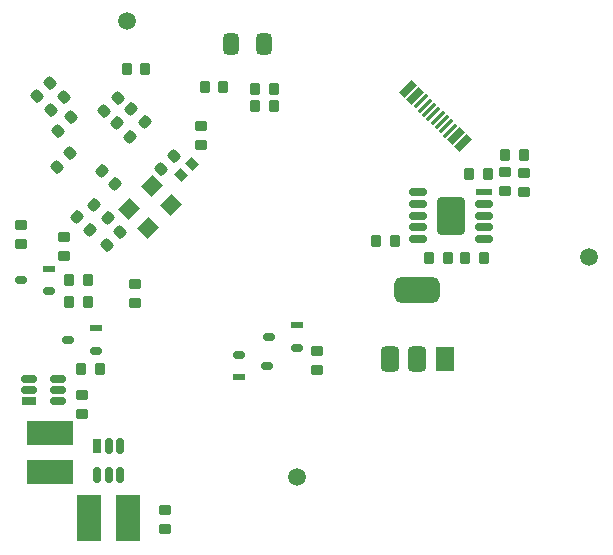
<source format=gbr>
%TF.GenerationSoftware,Altium Limited,Altium Designer,23.4.1 (23)*%
G04 Layer_Color=128*
%FSLAX26Y26*%
%MOIN*%
%TF.SameCoordinates,059DD823-1BA3-4B86-995A-778C5C10D4F7*%
%TF.FilePolarity,Positive*%
%TF.FileFunction,Paste,Bot*%
%TF.Part,CustomerPanel*%
G01*
G75*
%TA.AperFunction,SMDPad,CuDef*%
G04:AMPARAMS|DCode=23|XSize=70.866mil|YSize=51.181mil|CornerRadius=12.795mil|HoleSize=0mil|Usage=FLASHONLY|Rotation=270.000|XOffset=0mil|YOffset=0mil|HoleType=Round|Shape=RoundedRectangle|*
%AMROUNDEDRECTD23*
21,1,0.070866,0.025591,0,0,270.0*
21,1,0.045276,0.051181,0,0,270.0*
1,1,0.025590,-0.012795,-0.022638*
1,1,0.025590,-0.012795,0.022638*
1,1,0.025590,0.012795,0.022638*
1,1,0.025590,0.012795,-0.022638*
%
%ADD23ROUNDEDRECTD23*%
G04:AMPARAMS|DCode=24|XSize=39.37mil|YSize=35.433mil|CornerRadius=8.858mil|HoleSize=0mil|Usage=FLASHONLY|Rotation=270.000|XOffset=0mil|YOffset=0mil|HoleType=Round|Shape=RoundedRectangle|*
%AMROUNDEDRECTD24*
21,1,0.039370,0.017717,0,0,270.0*
21,1,0.021654,0.035433,0,0,270.0*
1,1,0.017716,-0.008858,-0.010827*
1,1,0.017716,-0.008858,0.010827*
1,1,0.017716,0.008858,0.010827*
1,1,0.017716,0.008858,-0.010827*
%
%ADD24ROUNDEDRECTD24*%
G04:AMPARAMS|DCode=27|XSize=39.37mil|YSize=35.433mil|CornerRadius=8.858mil|HoleSize=0mil|Usage=FLASHONLY|Rotation=135.000|XOffset=0mil|YOffset=0mil|HoleType=Round|Shape=RoundedRectangle|*
%AMROUNDEDRECTD27*
21,1,0.039370,0.017717,0,0,135.0*
21,1,0.021654,0.035433,0,0,135.0*
1,1,0.017716,-0.001392,0.013920*
1,1,0.017716,0.013920,-0.001392*
1,1,0.017716,0.001392,-0.013920*
1,1,0.017716,-0.013920,0.001392*
%
%ADD27ROUNDEDRECTD27*%
%TA.AperFunction,FiducialPad,Global*%
%ADD28C,0.059055*%
%TA.AperFunction,SMDPad,CuDef*%
G04:AMPARAMS|DCode=29|XSize=39.37mil|YSize=35.433mil|CornerRadius=8.858mil|HoleSize=0mil|Usage=FLASHONLY|Rotation=180.000|XOffset=0mil|YOffset=0mil|HoleType=Round|Shape=RoundedRectangle|*
%AMROUNDEDRECTD29*
21,1,0.039370,0.017717,0,0,180.0*
21,1,0.021654,0.035433,0,0,180.0*
1,1,0.017716,-0.010827,0.008858*
1,1,0.017716,0.010827,0.008858*
1,1,0.017716,0.010827,-0.008858*
1,1,0.017716,-0.010827,-0.008858*
%
%ADD29ROUNDEDRECTD29*%
G04:AMPARAMS|DCode=30|XSize=23.622mil|YSize=39.37mil|CornerRadius=5.906mil|HoleSize=0mil|Usage=FLASHONLY|Rotation=90.000|XOffset=0mil|YOffset=0mil|HoleType=Round|Shape=RoundedRectangle|*
%AMROUNDEDRECTD30*
21,1,0.023622,0.027559,0,0,90.0*
21,1,0.011811,0.039370,0,0,90.0*
1,1,0.011811,0.013780,0.005906*
1,1,0.011811,0.013780,-0.005906*
1,1,0.011811,-0.013780,-0.005906*
1,1,0.011811,-0.013780,0.005906*
%
%ADD30ROUNDEDRECTD30*%
%ADD31R,0.039370X0.023622*%
%ADD58R,0.027559X0.051181*%
G04:AMPARAMS|DCode=59|XSize=27.559mil|YSize=51.181mil|CornerRadius=6.89mil|HoleSize=0mil|Usage=FLASHONLY|Rotation=180.000|XOffset=0mil|YOffset=0mil|HoleType=Round|Shape=RoundedRectangle|*
%AMROUNDEDRECTD59*
21,1,0.027559,0.037401,0,0,180.0*
21,1,0.013780,0.051181,0,0,180.0*
1,1,0.013780,-0.006890,0.018701*
1,1,0.013780,0.006890,0.018701*
1,1,0.013780,0.006890,-0.018701*
1,1,0.013780,-0.006890,-0.018701*
%
%ADD59ROUNDEDRECTD59*%
%ADD60R,0.062992X0.084646*%
G04:AMPARAMS|DCode=61|XSize=62.992mil|YSize=84.646mil|CornerRadius=15.748mil|HoleSize=0mil|Usage=FLASHONLY|Rotation=0.000|XOffset=0mil|YOffset=0mil|HoleType=Round|Shape=RoundedRectangle|*
%AMROUNDEDRECTD61*
21,1,0.062992,0.053150,0,0,0.0*
21,1,0.031496,0.084646,0,0,0.0*
1,1,0.031496,0.015748,-0.026575*
1,1,0.031496,-0.015748,-0.026575*
1,1,0.031496,-0.015748,0.026575*
1,1,0.031496,0.015748,0.026575*
%
%ADD61ROUNDEDRECTD61*%
G04:AMPARAMS|DCode=62|XSize=151.575mil|YSize=84.646mil|CornerRadius=21.161mil|HoleSize=0mil|Usage=FLASHONLY|Rotation=0.000|XOffset=0mil|YOffset=0mil|HoleType=Round|Shape=RoundedRectangle|*
%AMROUNDEDRECTD62*
21,1,0.151575,0.042323,0,0,0.0*
21,1,0.109252,0.084646,0,0,0.0*
1,1,0.042323,0.054626,-0.021162*
1,1,0.042323,-0.054626,-0.021162*
1,1,0.042323,-0.054626,0.021162*
1,1,0.042323,0.054626,0.021162*
%
%ADD62ROUNDEDRECTD62*%
G04:AMPARAMS|DCode=63|XSize=55.118mil|YSize=47.244mil|CornerRadius=0mil|HoleSize=0mil|Usage=FLASHONLY|Rotation=225.000|XOffset=0mil|YOffset=0mil|HoleType=Round|Shape=Rectangle|*
%AMROTATEDRECTD63*
4,1,4,0.002784,0.036191,0.036191,0.002784,-0.002784,-0.036191,-0.036191,-0.002784,0.002784,0.036191,0.0*
%
%ADD63ROTATEDRECTD63*%

G04:AMPARAMS|DCode=64|XSize=90.551mil|YSize=125.984mil|CornerRadius=11.319mil|HoleSize=0mil|Usage=FLASHONLY|Rotation=180.000|XOffset=0mil|YOffset=0mil|HoleType=Round|Shape=RoundedRectangle|*
%AMROUNDEDRECTD64*
21,1,0.090551,0.103347,0,0,180.0*
21,1,0.067913,0.125984,0,0,180.0*
1,1,0.022638,-0.033957,0.051673*
1,1,0.022638,0.033957,0.051673*
1,1,0.022638,0.033957,-0.051673*
1,1,0.022638,-0.033957,-0.051673*
%
%ADD64ROUNDEDRECTD64*%
G04:AMPARAMS|DCode=65|XSize=23.622mil|YSize=57.087mil|CornerRadius=5.906mil|HoleSize=0mil|Usage=FLASHONLY|Rotation=90.000|XOffset=0mil|YOffset=0mil|HoleType=Round|Shape=RoundedRectangle|*
%AMROUNDEDRECTD65*
21,1,0.023622,0.045276,0,0,90.0*
21,1,0.011811,0.057087,0,0,90.0*
1,1,0.011811,0.022638,0.005906*
1,1,0.011811,0.022638,-0.005906*
1,1,0.011811,-0.022638,-0.005906*
1,1,0.011811,-0.022638,0.005906*
%
%ADD65ROUNDEDRECTD65*%
%ADD66R,0.057087X0.023622*%
G04:AMPARAMS|DCode=67|XSize=11.811mil|YSize=57.087mil|CornerRadius=0mil|HoleSize=0mil|Usage=FLASHONLY|Rotation=315.000|XOffset=0mil|YOffset=0mil|HoleType=Round|Shape=Rectangle|*
%AMROTATEDRECTD67*
4,1,4,-0.024359,-0.016007,0.016007,0.024359,0.024359,0.016007,-0.016007,-0.024359,-0.024359,-0.016007,0.0*
%
%ADD67ROTATEDRECTD67*%

G04:AMPARAMS|DCode=68|XSize=23.622mil|YSize=57.087mil|CornerRadius=0mil|HoleSize=0mil|Usage=FLASHONLY|Rotation=315.000|XOffset=0mil|YOffset=0mil|HoleType=Round|Shape=Rectangle|*
%AMROTATEDRECTD68*
4,1,4,-0.028535,-0.011832,0.011832,0.028535,0.028535,0.011832,-0.011832,-0.028535,-0.028535,-0.011832,0.0*
%
%ADD68ROTATEDRECTD68*%

%ADD69R,0.078740X0.157480*%
G04:AMPARAMS|DCode=70|XSize=35.433mil|YSize=31.496mil|CornerRadius=0mil|HoleSize=0mil|Usage=FLASHONLY|Rotation=135.000|XOffset=0mil|YOffset=0mil|HoleType=Round|Shape=Rectangle|*
%AMROTATEDRECTD70*
4,1,4,0.023663,-0.001392,0.001392,-0.023663,-0.023663,0.001392,-0.001392,0.023663,0.023663,-0.001392,0.0*
%
%ADD70ROTATEDRECTD70*%

G04:AMPARAMS|DCode=71|XSize=39.37mil|YSize=35.433mil|CornerRadius=8.858mil|HoleSize=0mil|Usage=FLASHONLY|Rotation=225.000|XOffset=0mil|YOffset=0mil|HoleType=Round|Shape=RoundedRectangle|*
%AMROUNDEDRECTD71*
21,1,0.039370,0.017717,0,0,225.0*
21,1,0.021654,0.035433,0,0,225.0*
1,1,0.017716,-0.013920,-0.001392*
1,1,0.017716,0.001392,0.013920*
1,1,0.017716,0.013920,0.001392*
1,1,0.017716,-0.001392,-0.013920*
%
%ADD71ROUNDEDRECTD71*%
%ADD72R,0.051181X0.027559*%
G04:AMPARAMS|DCode=73|XSize=27.559mil|YSize=51.181mil|CornerRadius=6.89mil|HoleSize=0mil|Usage=FLASHONLY|Rotation=270.000|XOffset=0mil|YOffset=0mil|HoleType=Round|Shape=RoundedRectangle|*
%AMROUNDEDRECTD73*
21,1,0.027559,0.037401,0,0,270.0*
21,1,0.013780,0.051181,0,0,270.0*
1,1,0.013780,-0.018701,-0.006890*
1,1,0.013780,-0.018701,0.006890*
1,1,0.013780,0.018701,0.006890*
1,1,0.013780,0.018701,-0.006890*
%
%ADD73ROUNDEDRECTD73*%
%ADD74R,0.157480X0.078740*%
D23*
X1240129Y1669852D02*
D03*
X1129892D02*
D03*
D24*
X845388Y1588458D02*
D03*
X782396D02*
D03*
X1614173Y1015748D02*
D03*
X1677165D02*
D03*
X1274089Y1522214D02*
D03*
X1211097D02*
D03*
X1211097Y1463159D02*
D03*
X1274089D02*
D03*
X1042396Y1526458D02*
D03*
X1105389D02*
D03*
X2106270Y1299773D02*
D03*
X2043278D02*
D03*
X1988160Y1236781D02*
D03*
X1925168D02*
D03*
X1791310Y957253D02*
D03*
X1854302D02*
D03*
X1972412D02*
D03*
X1909420D02*
D03*
X694853Y587174D02*
D03*
X631861D02*
D03*
X590205Y810000D02*
D03*
X653197D02*
D03*
X591389Y882795D02*
D03*
X654381D02*
D03*
D27*
X549430Y1261729D02*
D03*
X593972Y1306271D02*
D03*
X552503Y1381833D02*
D03*
X597045Y1426375D02*
D03*
X896991Y1253880D02*
D03*
X941534Y1298422D02*
D03*
X482621Y1497187D02*
D03*
X527163Y1541729D02*
D03*
X574163Y1494729D02*
D03*
X529621Y1450187D02*
D03*
X753163Y1490729D02*
D03*
X708621Y1446187D02*
D03*
X760460Y1045893D02*
D03*
X715918Y1001351D02*
D03*
D28*
X2324948Y960332D02*
D03*
X1349727Y227159D02*
D03*
X784144Y1746072D02*
D03*
D29*
X1418701Y646496D02*
D03*
Y583504D02*
D03*
X811528Y870926D02*
D03*
Y807933D02*
D03*
X1029892Y1396954D02*
D03*
Y1333962D02*
D03*
X2045247Y1242686D02*
D03*
Y1179694D02*
D03*
X2106270Y1240718D02*
D03*
Y1177726D02*
D03*
X909420Y53710D02*
D03*
Y116702D02*
D03*
X633829Y500560D02*
D03*
Y437568D02*
D03*
X572701Y963504D02*
D03*
Y1026496D02*
D03*
X430701Y1003504D02*
D03*
Y1066496D02*
D03*
D30*
X1255877Y695442D02*
D03*
X1350365Y658041D02*
D03*
X430457Y885000D02*
D03*
X524945Y847598D02*
D03*
X681073Y648198D02*
D03*
X586585Y685600D02*
D03*
X1251940Y597017D02*
D03*
X1157451Y634418D02*
D03*
D31*
X1350365Y732844D02*
D03*
X524945Y922402D02*
D03*
X681073Y723001D02*
D03*
X1157451Y559615D02*
D03*
D58*
X685010Y329300D02*
D03*
D59*
X722412Y329300D02*
D03*
X759814Y329300D02*
D03*
Y234812D02*
D03*
X722412Y234812D02*
D03*
X685010Y234812D02*
D03*
D60*
X1842520Y621063D02*
D03*
D61*
X1751968Y621063D02*
D03*
X1661417Y621063D02*
D03*
D62*
X1751968Y851378D02*
D03*
D63*
X789497Y1121442D02*
D03*
X853136Y1057802D02*
D03*
X867279Y1199224D02*
D03*
X930918Y1135584D02*
D03*
D64*
X1864144Y1098986D02*
D03*
D65*
X1752924Y1020245D02*
D03*
Y1059616D02*
D03*
Y1098986D02*
D03*
Y1138356D02*
D03*
Y1177726D02*
D03*
X1975365Y1020245D02*
D03*
Y1059616D02*
D03*
Y1098986D02*
D03*
Y1138356D02*
D03*
D66*
Y1177726D02*
D03*
D67*
X1833161Y1410098D02*
D03*
X1791403Y1451856D02*
D03*
X1819242Y1424017D02*
D03*
X1805322Y1437936D02*
D03*
X1777483Y1465775D02*
D03*
X1763564Y1479695D02*
D03*
X1847081Y1396178D02*
D03*
X1861000Y1382259D02*
D03*
D68*
X1744077Y1499182D02*
D03*
X1880487Y1362772D02*
D03*
X1902758Y1340500D02*
D03*
X1721806Y1521453D02*
D03*
D69*
X787893Y90458D02*
D03*
X657892D02*
D03*
D70*
X962405Y1232971D02*
D03*
X1001380Y1271945D02*
D03*
D71*
X744163Y1203187D02*
D03*
X699621Y1247729D02*
D03*
X798566Y1455902D02*
D03*
X843108Y1411360D02*
D03*
X749354Y1406689D02*
D03*
X793896Y1362147D02*
D03*
X719043Y1090064D02*
D03*
X674501Y1134607D02*
D03*
X617493Y1095106D02*
D03*
X662035Y1050563D02*
D03*
D72*
X458633Y480875D02*
D03*
D73*
Y518277D02*
D03*
Y555678D02*
D03*
X553121D02*
D03*
Y518277D02*
D03*
Y480875D02*
D03*
D74*
X525892Y244458D02*
D03*
Y374458D02*
D03*
%TF.MD5,e3e109bb05b0e9a60a93a1eb4e82d8e4*%
M02*

</source>
